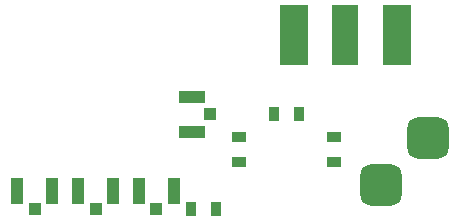
<source format=gbr>
G04*
G04 #@! TF.GenerationSoftware,Altium Limited,Altium Designer,24.6.1 (21)*
G04*
G04 Layer_Color=8421504*
%FSLAX25Y25*%
%MOIN*%
G70*
G04*
G04 #@! TF.SameCoordinates,848F02FD-2630-40CC-A56B-9648625414CD*
G04*
G04*
G04 #@! TF.FilePolarity,Positive*
G04*
G01*
G75*
%ADD15R,0.03543X0.04724*%
%ADD16R,0.04134X0.08661*%
%ADD17R,0.03937X0.04134*%
%ADD18R,0.04724X0.03543*%
%ADD19R,0.09000X0.20000*%
%ADD20R,0.09500X0.20000*%
G04:AMPARAMS|DCode=21|XSize=137.8mil|YSize=137.8mil|CornerRadius=34.45mil|HoleSize=0mil|Usage=FLASHONLY|Rotation=0.000|XOffset=0mil|YOffset=0mil|HoleType=Round|Shape=RoundedRectangle|*
%AMROUNDEDRECTD21*
21,1,0.13780,0.06890,0,0,0.0*
21,1,0.06890,0.13780,0,0,0.0*
1,1,0.06890,0.03445,-0.03445*
1,1,0.06890,-0.03445,-0.03445*
1,1,0.06890,-0.03445,0.03445*
1,1,0.06890,0.03445,0.03445*
%
%ADD21ROUNDEDRECTD21*%
%ADD22R,0.08661X0.04134*%
%ADD23R,0.04134X0.03937*%
D15*
X90748Y7874D02*
D03*
X82480D02*
D03*
X118307Y39370D02*
D03*
X110039D02*
D03*
D16*
X65059Y13878D02*
D03*
X76673D02*
D03*
X44760D02*
D03*
X56375D02*
D03*
X24462D02*
D03*
X36076D02*
D03*
D17*
X70866Y7874D02*
D03*
X50568D02*
D03*
X30269D02*
D03*
D18*
X129921Y31693D02*
D03*
Y23425D02*
D03*
X98425Y31693D02*
D03*
Y23425D02*
D03*
D19*
X133858Y65840D02*
D03*
D20*
X151108D02*
D03*
X116608D02*
D03*
D21*
X161417Y31496D02*
D03*
X145669Y15748D02*
D03*
D22*
X82677Y33563D02*
D03*
Y45177D02*
D03*
D23*
X88681Y39370D02*
D03*
M02*

</source>
